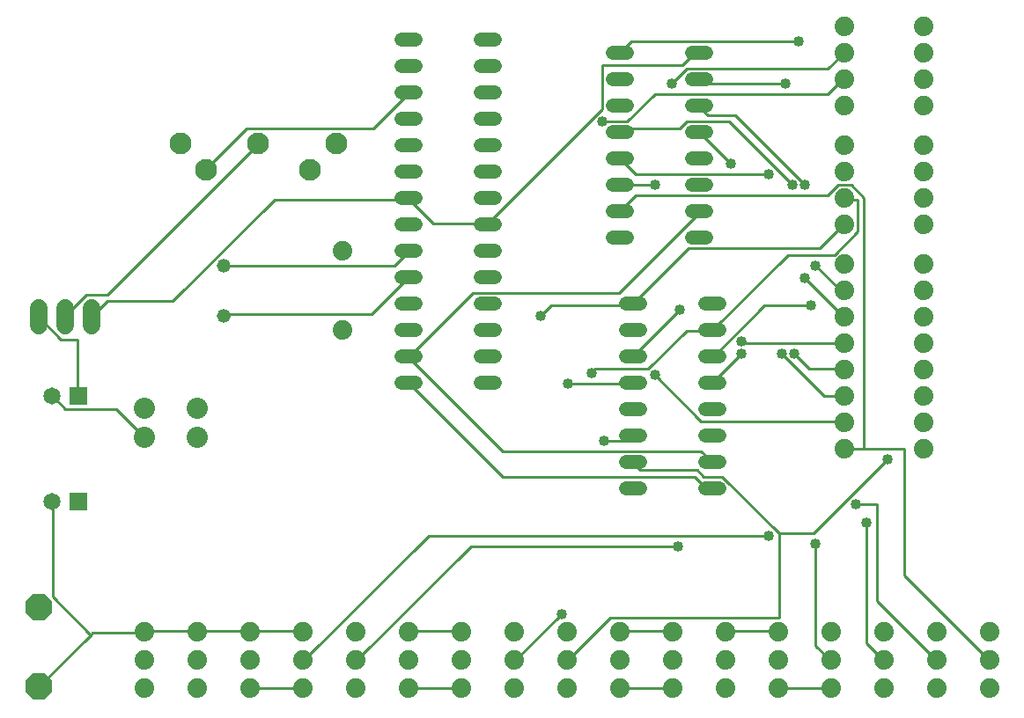
<source format=gbl>
G75*
G70*
%OFA0B0*%
%FSLAX24Y24*%
%IPPOS*%
%LPD*%
%AMOC8*
5,1,8,0,0,1.08239X$1,22.5*
%
%ADD10C,0.0827*%
%ADD11C,0.0520*%
%ADD12C,0.0740*%
%ADD13OC8,0.1000*%
%ADD14C,0.0660*%
%ADD15R,0.0650X0.0650*%
%ADD16C,0.0650*%
%ADD17C,0.0520*%
%ADD18C,0.0800*%
%ADD19C,0.0100*%
%ADD20C,0.0400*%
D10*
X008546Y024687D03*
X007573Y025683D03*
X010518Y025680D03*
X012483Y024691D03*
X013483Y025683D03*
D11*
X015939Y025601D02*
X016459Y025601D01*
X016459Y026601D02*
X015939Y026601D01*
X015939Y027601D02*
X016459Y027601D01*
X016459Y028601D02*
X015939Y028601D01*
X015939Y029601D02*
X016459Y029601D01*
X018939Y029601D02*
X019459Y029601D01*
X019459Y028601D02*
X018939Y028601D01*
X018939Y027601D02*
X019459Y027601D01*
X019459Y026601D02*
X018939Y026601D01*
X018939Y025601D02*
X019459Y025601D01*
X019459Y024601D02*
X018939Y024601D01*
X018939Y023601D02*
X019459Y023601D01*
X019459Y022601D02*
X018939Y022601D01*
X018939Y021601D02*
X019459Y021601D01*
X019459Y020601D02*
X018939Y020601D01*
X018939Y019601D02*
X019459Y019601D01*
X019459Y018601D02*
X018939Y018601D01*
X018939Y017601D02*
X019459Y017601D01*
X019459Y016601D02*
X018939Y016601D01*
X016459Y016601D02*
X015939Y016601D01*
X015939Y017601D02*
X016459Y017601D01*
X016459Y018601D02*
X015939Y018601D01*
X015939Y019601D02*
X016459Y019601D01*
X016459Y020601D02*
X015939Y020601D01*
X015939Y021601D02*
X016459Y021601D01*
X016459Y022601D02*
X015939Y022601D01*
X015939Y023601D02*
X016459Y023601D01*
X016459Y024601D02*
X015939Y024601D01*
X023939Y024101D02*
X024459Y024101D01*
X024459Y025101D02*
X023939Y025101D01*
X023939Y026101D02*
X024459Y026101D01*
X024459Y027101D02*
X023939Y027101D01*
X023939Y028101D02*
X024459Y028101D01*
X024459Y029101D02*
X023939Y029101D01*
X026939Y029101D02*
X027459Y029101D01*
X027459Y028101D02*
X026939Y028101D01*
X026939Y027101D02*
X027459Y027101D01*
X027459Y026101D02*
X026939Y026101D01*
X026939Y025101D02*
X027459Y025101D01*
X027459Y024101D02*
X026939Y024101D01*
X026939Y023101D02*
X027459Y023101D01*
X027459Y022101D02*
X026939Y022101D01*
X024459Y022101D02*
X023939Y022101D01*
X023939Y023101D02*
X024459Y023101D01*
X024439Y019601D02*
X024959Y019601D01*
X024959Y018601D02*
X024439Y018601D01*
X024439Y017601D02*
X024959Y017601D01*
X024959Y016601D02*
X024439Y016601D01*
X024439Y015601D02*
X024959Y015601D01*
X024959Y014601D02*
X024439Y014601D01*
X024439Y013601D02*
X024959Y013601D01*
X024959Y012601D02*
X024439Y012601D01*
X027439Y012601D02*
X027959Y012601D01*
X027959Y013601D02*
X027439Y013601D01*
X027439Y014601D02*
X027959Y014601D01*
X027959Y015601D02*
X027439Y015601D01*
X027439Y016601D02*
X027959Y016601D01*
X027959Y017601D02*
X027439Y017601D01*
X027439Y018601D02*
X027959Y018601D01*
X027959Y019601D02*
X027439Y019601D01*
D12*
X032699Y020101D03*
X032699Y021101D03*
X032699Y022601D03*
X032699Y023601D03*
X032699Y024601D03*
X032699Y025601D03*
X032699Y027101D03*
X032699Y028101D03*
X032699Y029101D03*
X032699Y030101D03*
X035699Y030101D03*
X035699Y029101D03*
X035699Y028101D03*
X035699Y027101D03*
X035699Y025601D03*
X035699Y024601D03*
X035699Y023601D03*
X035699Y022601D03*
X035699Y021101D03*
X035699Y020101D03*
X035699Y019101D03*
X035699Y018101D03*
X035699Y017101D03*
X035699Y016101D03*
X035699Y015101D03*
X035699Y014101D03*
X032699Y014101D03*
X032699Y015101D03*
X032699Y016101D03*
X032699Y017101D03*
X032699Y018101D03*
X032699Y019101D03*
X032199Y007171D03*
X032199Y006101D03*
X032199Y005031D03*
X030199Y005031D03*
X030199Y006101D03*
X030199Y007171D03*
X028199Y007171D03*
X028199Y006101D03*
X028199Y005031D03*
X026199Y005031D03*
X026199Y006101D03*
X026199Y007171D03*
X024199Y007171D03*
X024199Y006101D03*
X024199Y005031D03*
X022199Y005031D03*
X022199Y006101D03*
X022199Y007171D03*
X020199Y007171D03*
X020199Y006101D03*
X020199Y005031D03*
X018199Y005031D03*
X018199Y006101D03*
X018199Y007171D03*
X016199Y007171D03*
X016199Y006101D03*
X016199Y005031D03*
X014199Y005031D03*
X014199Y006101D03*
X014199Y007171D03*
X012199Y007171D03*
X012199Y006101D03*
X012199Y005031D03*
X010199Y005031D03*
X010199Y006101D03*
X010199Y007171D03*
X008199Y007171D03*
X008199Y006101D03*
X008199Y005031D03*
X006199Y005031D03*
X006199Y006101D03*
X006199Y007171D03*
X013699Y018601D03*
X013699Y021601D03*
X034199Y007171D03*
X034199Y006101D03*
X034199Y005031D03*
X036199Y005031D03*
X036199Y006101D03*
X036199Y007171D03*
X038199Y007171D03*
X038199Y006101D03*
X038199Y005031D03*
D13*
X002199Y005101D03*
X002199Y008101D03*
D14*
X002199Y018771D02*
X002199Y019431D01*
X003199Y019431D02*
X003199Y018771D01*
X004199Y018771D02*
X004199Y019431D01*
D15*
X003699Y016101D03*
X003699Y012101D03*
D16*
X002699Y012101D03*
X002699Y016101D03*
D17*
X009199Y019151D03*
X009199Y021051D03*
D18*
X008199Y015651D03*
X008199Y014551D03*
X006199Y014551D03*
X006199Y015651D03*
D19*
X006159Y014581D02*
X005119Y015621D01*
X003199Y015621D01*
X002719Y016101D01*
X002699Y016101D01*
X003679Y016101D02*
X003699Y016101D01*
X003679Y016101D02*
X003679Y018261D01*
X003039Y018261D01*
X002199Y019101D01*
X003199Y019101D02*
X003199Y019141D01*
X003999Y019941D01*
X004799Y019941D01*
X010479Y025621D01*
X010518Y025680D01*
X010079Y026261D02*
X008559Y024741D01*
X008546Y024687D01*
X010079Y026261D02*
X014879Y026261D01*
X016159Y027541D01*
X016199Y027601D01*
X016199Y023601D02*
X016159Y023541D01*
X011119Y023541D01*
X007279Y019701D01*
X004799Y019701D01*
X004199Y019101D01*
X009199Y019151D02*
X009199Y019221D01*
X014799Y019221D01*
X016159Y020581D01*
X016199Y020601D01*
X015679Y021061D02*
X009199Y021061D01*
X009199Y021051D01*
X015679Y021061D02*
X016159Y021541D01*
X016199Y021601D01*
X017119Y022661D02*
X019199Y022661D01*
X019199Y022601D01*
X019199Y022661D02*
X023519Y026981D01*
X023519Y028661D01*
X026559Y028661D01*
X026959Y029061D01*
X027199Y029061D01*
X027199Y029101D01*
X026719Y028501D02*
X026159Y027941D01*
X025519Y027541D02*
X024479Y026501D01*
X023519Y026501D01*
X024199Y026101D02*
X024239Y026101D01*
X024399Y026261D01*
X026479Y026261D01*
X026719Y026501D01*
X028319Y026501D01*
X030719Y024101D01*
X031199Y024101D02*
X028559Y026741D01*
X027519Y026741D01*
X027199Y027061D01*
X027199Y027101D01*
X027359Y027941D02*
X030479Y027941D01*
X032079Y027541D02*
X025519Y027541D01*
X026719Y028501D02*
X032079Y028501D01*
X032639Y029061D01*
X032699Y029101D01*
X032699Y028101D02*
X032639Y028101D01*
X032079Y027541D01*
X030959Y029541D02*
X024639Y029541D01*
X024199Y029101D01*
X027199Y028101D02*
X027359Y027941D01*
X027199Y026101D02*
X028399Y024901D01*
X029839Y024501D02*
X024799Y024501D01*
X024199Y025101D01*
X024199Y024101D02*
X025519Y024101D01*
X024799Y023701D02*
X024199Y023101D01*
X024799Y023701D02*
X032079Y023701D01*
X032479Y024101D01*
X032959Y024101D01*
X033439Y023621D01*
X033439Y014101D01*
X034959Y014101D01*
X034959Y009301D01*
X038159Y006101D01*
X038199Y006101D01*
X036199Y006101D02*
X036159Y006101D01*
X033919Y008341D01*
X033919Y012021D01*
X033119Y012021D01*
X033519Y011301D02*
X033519Y006741D01*
X034159Y006101D01*
X034199Y006101D01*
X032199Y006101D02*
X032159Y006101D01*
X031599Y006661D01*
X031599Y010501D01*
X031519Y010901D02*
X030239Y010901D01*
X030239Y007701D01*
X023839Y007701D01*
X022239Y006101D01*
X022199Y006101D01*
X021999Y007861D02*
X020239Y006101D01*
X020199Y006101D01*
X018199Y007171D02*
X018159Y007221D01*
X016239Y007221D01*
X016199Y007171D01*
X014239Y006101D02*
X014199Y006101D01*
X014239Y006101D02*
X018559Y010421D01*
X026399Y010421D01*
X027439Y012661D02*
X027679Y012661D01*
X027699Y012601D01*
X027439Y012661D02*
X027039Y013061D01*
X019759Y013061D01*
X016239Y016581D01*
X016199Y016601D01*
X016239Y017541D02*
X016199Y017601D01*
X016239Y017621D01*
X018639Y020021D01*
X024159Y020021D01*
X027199Y023061D01*
X027199Y023101D01*
X026799Y021701D02*
X024699Y019601D01*
X024639Y019541D01*
X021599Y019541D01*
X021199Y019141D01*
X023279Y017141D02*
X025279Y017141D01*
X026719Y018581D01*
X027679Y018581D01*
X027699Y018601D01*
X030559Y021461D01*
X032319Y021461D01*
X033199Y022341D01*
X033199Y023541D01*
X032719Y023541D01*
X032699Y023601D01*
X032699Y022601D02*
X032639Y022581D01*
X031759Y021701D01*
X026799Y021701D01*
X026479Y019381D02*
X024699Y017601D01*
X025519Y016901D02*
X027279Y015141D01*
X032639Y015141D01*
X032699Y015101D01*
X032699Y016101D02*
X031919Y016101D01*
X030319Y017701D01*
X030799Y017701D02*
X031359Y017141D01*
X032639Y017141D01*
X032699Y017101D01*
X032699Y018101D02*
X028879Y018101D01*
X028799Y018181D01*
X028799Y017701D02*
X027699Y016601D01*
X027699Y017601D02*
X027759Y017621D01*
X029679Y019541D01*
X031439Y019541D01*
X031199Y020581D02*
X032639Y019141D01*
X032699Y019101D01*
X032699Y020101D02*
X032559Y020101D01*
X031599Y021061D01*
X024699Y016601D02*
X024639Y016581D01*
X022239Y016581D01*
X023119Y016981D02*
X023279Y017141D01*
X023599Y014421D02*
X024479Y014421D01*
X024639Y014581D01*
X024699Y014601D01*
X024699Y013601D02*
X024719Y013541D01*
X024959Y013301D01*
X027119Y013301D01*
X027359Y013061D01*
X028079Y013061D01*
X030239Y010901D01*
X029839Y010821D02*
X016959Y010821D01*
X012239Y006101D01*
X012199Y006101D01*
X012159Y005061D02*
X012199Y005031D01*
X012159Y005061D02*
X010239Y005061D01*
X010199Y005031D01*
X010199Y007171D02*
X010159Y007221D01*
X008239Y007221D01*
X008199Y007171D01*
X008159Y007221D01*
X006239Y007221D01*
X006199Y007171D01*
X006159Y007141D01*
X004239Y007141D01*
X004159Y007061D01*
X002719Y008501D01*
X002719Y012101D01*
X002699Y012101D01*
X006159Y014581D02*
X006199Y014551D01*
X010239Y007221D02*
X010199Y007171D01*
X010239Y007221D02*
X012159Y007221D01*
X012199Y007171D01*
X016199Y005031D02*
X016239Y005061D01*
X018159Y005061D01*
X018199Y005031D01*
X024199Y005031D02*
X024239Y005061D01*
X026159Y005061D01*
X026199Y005031D01*
X026199Y007171D02*
X026159Y007221D01*
X024239Y007221D01*
X024199Y007171D01*
X028199Y007171D02*
X028239Y007221D01*
X030159Y007221D01*
X030199Y007171D01*
X030239Y005061D02*
X030199Y005031D01*
X030239Y005061D02*
X032159Y005061D01*
X032199Y005031D01*
X031519Y010901D02*
X034319Y013701D01*
X033439Y014101D02*
X032699Y014101D01*
X027699Y013601D02*
X027279Y014021D01*
X019759Y014021D01*
X016239Y017541D01*
X017119Y022661D02*
X016239Y023541D01*
X016199Y023601D01*
X004159Y007061D02*
X002199Y005101D01*
D20*
X021199Y019141D03*
X023119Y016981D03*
X022239Y016581D03*
X023599Y014421D03*
X025519Y016901D03*
X026479Y019381D03*
X028799Y018181D03*
X028799Y017701D03*
X030319Y017701D03*
X030799Y017701D03*
X031439Y019541D03*
X031199Y020581D03*
X031599Y021061D03*
X031199Y024101D03*
X030719Y024101D03*
X029839Y024501D03*
X028399Y024901D03*
X025519Y024101D03*
X023519Y026501D03*
X026159Y027941D03*
X030479Y027941D03*
X030959Y029541D03*
X034319Y013701D03*
X033119Y012021D03*
X033519Y011301D03*
X031599Y010501D03*
X029839Y010821D03*
X026399Y010421D03*
X021999Y007861D03*
M02*

</source>
